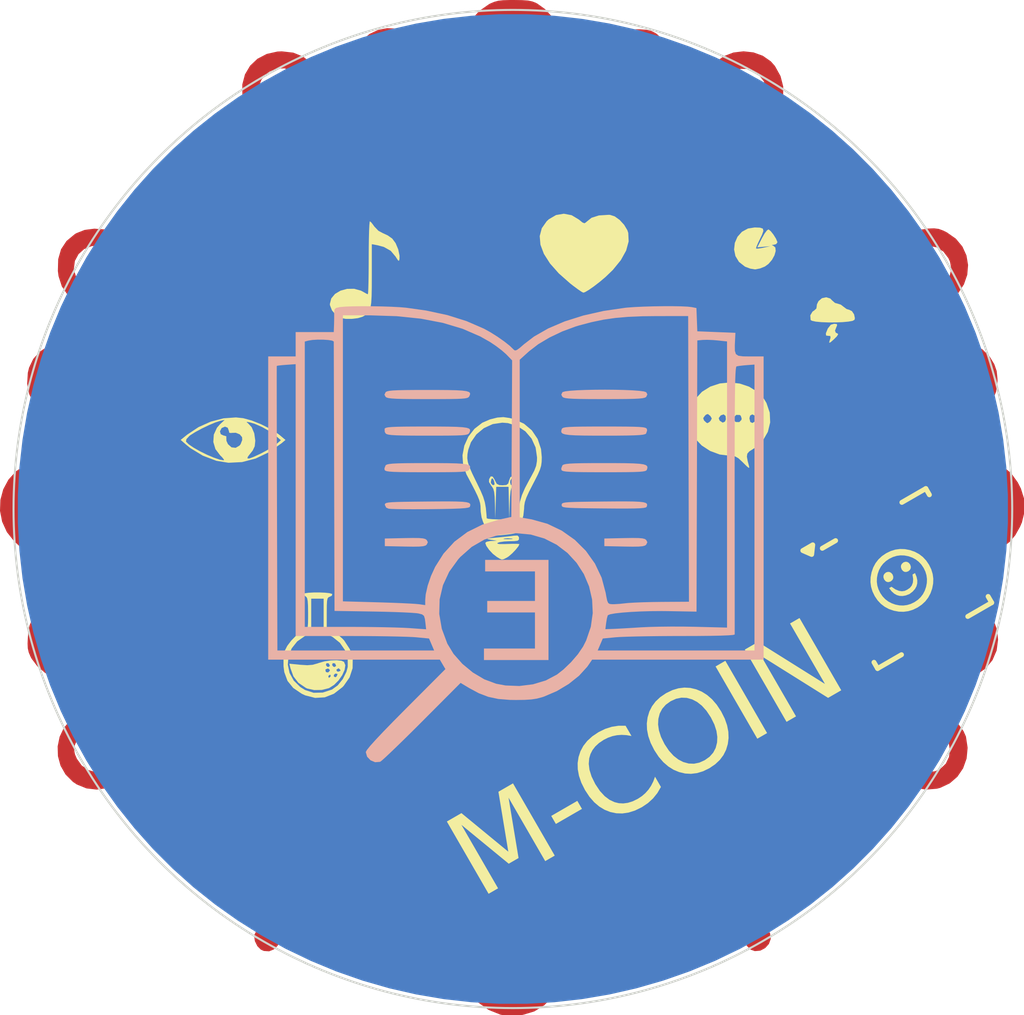
<source format=kicad_pcb>
(kicad_pcb
	(version 20241229)
	(generator "pcbnew")
	(generator_version "9.0")
	(general
		(thickness 1.6)
		(legacy_teardrops no)
	)
	(paper "A4")
	(title_block
		(title "M-Coin Token")
		(date "2025-03-12")
		(rev "A")
		(company "Vlastimil Slinták")
	)
	(layers
		(0 "F.Cu" signal)
		(2 "B.Cu" signal)
		(9 "F.Adhes" user "F.Adhesive")
		(11 "B.Adhes" user "B.Adhesive")
		(13 "F.Paste" user)
		(15 "B.Paste" user)
		(5 "F.SilkS" user "F.Silkscreen")
		(7 "B.SilkS" user "B.Silkscreen")
		(1 "F.Mask" user)
		(3 "B.Mask" user)
		(17 "Dwgs.User" user "User.Drawings")
		(19 "Cmts.User" user "User.Comments")
		(21 "Eco1.User" user "User.Eco1")
		(23 "Eco2.User" user "User.Eco2")
		(25 "Edge.Cuts" user)
		(27 "Margin" user)
		(31 "F.CrtYd" user "F.Courtyard")
		(29 "B.CrtYd" user "B.Courtyard")
		(35 "F.Fab" user)
		(33 "B.Fab" user)
		(39 "User.1" user)
		(41 "User.2" user)
		(43 "User.3" user)
		(45 "User.4" user)
	)
	(setup
		(pad_to_mask_clearance 0)
		(allow_soldermask_bridges_in_footprints no)
		(tenting front back)
		(grid_origin 120.8 96)
		(pcbplotparams
			(layerselection 0x00000000_00000000_55555555_5755f5ff)
			(plot_on_all_layers_selection 0x00000000_00000000_00000000_00000000)
			(disableapertmacros no)
			(usegerberextensions yes)
			(usegerberattributes no)
			(usegerberadvancedattributes no)
			(creategerberjobfile no)
			(dashed_line_dash_ratio 12.000000)
			(dashed_line_gap_ratio 3.000000)
			(svgprecision 4)
			(plotframeref no)
			(mode 1)
			(useauxorigin no)
			(hpglpennumber 1)
			(hpglpenspeed 20)
			(hpglpendiameter 15.000000)
			(pdf_front_fp_property_popups yes)
			(pdf_back_fp_property_popups yes)
			(pdf_metadata yes)
			(pdf_single_document no)
			(dxfpolygonmode yes)
			(dxfimperialunits yes)
			(dxfusepcbnewfont yes)
			(psnegative no)
			(psa4output no)
			(plot_black_and_white yes)
			(sketchpadsonfab no)
			(plotpadnumbers no)
			(hidednponfab no)
			(sketchdnponfab yes)
			(crossoutdnponfab yes)
			(subtractmaskfromsilk yes)
			(outputformat 1)
			(mirror no)
			(drillshape 0)
			(scaleselection 1)
			(outputdirectory "gerbers/")
		)
	)
	(net 0 "")
	(footprint "LOGO" (layer "F.Cu") (at 120.559566 95.735665))
	(footprint "Package_LGA:LGA-16_3x3mm_P0.5mm_LayoutBorder3x5y" (layer "F.Cu") (at 130.3 97.7 30))
	(footprint "LOGO" (layer "F.Cu") (at 120.559566 95.735665))
	(footprint "LOGO" (layer "F.Cu") (at 120.6 95.8))
	(footprint "LOGO" (layer "B.Cu") (at 120.8 96.2 180))
	(footprint "LOGO"
		(layer "B.Cu")
		(uuid "cd058c90-84a0-457c-a32d-fbb9b8e1b730")
		(at 120.6 97.3 180)
		(property "Reference" "G***"
			(at 0 0 0)
			(layer "B.SilkS")
			(hide yes)
			(uuid "b9ed5b2a-b19d-4d12-acbd-61ccdd4e6d1a")
			(effects
				(font
					(size 1.5 1.5)
					(thickness 0.3)
				)
				(justify mirror)
			)
		)
		(property "Value" "LOGO"
			(at 0.75 0 0)
			(layer "B.SilkS")
			(hide yes)
			(uuid "f624d8c9-37aa-43ba-9c73-ee679c0a1810")
			(effects
				(font
					(size 1.5 1.5)
					(thickness 0.3)
				)
				(justify mirror)
			)
		)
		(property "Datasheet" ""
			(at 0 0 0)
			(layer "B.Fab")
			(hide yes)
			(uuid "edf59622-e6fb-464e-872c-991f6e2df1c5")
			(effects
				(font
					(size 1.27 1.27)
					(thickness 0.15)
				)
				(justify mirror)
			)
		)
		(property "Description" ""
			(at 0 0 0)
			(layer "B.Fab")
			(hide yes)
			(uuid "3aeb86d8-648d-4970-93f6-ac4edf96efc8")
			(effects
				(font
					(size 1.27 1.27)
					(thickness 0.15)
				)
				(justify mirror)
			)
		)
		(attr board_only exclude_from_pos_files exclude_from_bom)
		(fp_poly
			(pts
				(xy -0.249088 12.262725) (xy -0.228144 11.06497) (xy 0.532335 10.976449) (xy 0.990144 10.923944)
				(xy 1.319841 10.891836) (xy 1.544434 10.883319) (xy 1.686931 10.901588) (xy 1.770341 10.949836)
				(xy 1.81767 11.031257) (xy 1.851927 11.149045) (xy 1.854765 11.16003) (xy 1.91078 11.397945) (xy 1.975529 11.703034)
				(xy 2.014485 11.901497) (xy 2.073943 12.19263) (xy 2.135995 12.45907) (xy 2.171937 12.591328) (xy 2.223768 12.811175)
				(xy 2.243412 12.986091) (xy 2.268399 13.132366) (xy 2.30327 13.184306) (xy 2.410931 13.187065) (xy 2.624034 13.147388)
				(xy 2.910479 13.075366) (xy 3.238164 12.981089) (xy 3.574989 12.874648) (xy 3.888855 12.766135)
				(xy 4.147658 12.66564) (xy 4.319301 12.583255) (xy 4.372754 12.533755) (xy 4.343429 12.438272) (xy 4.26761 12.250913)
				(xy 4.189939 12.074859) (xy 4.07519 11.814018) (xy 3.930814 11.473467) (xy 3.782904 11.115015) (xy 3.74093 11.011206)
				(xy 3.613571 10.688432) (xy 3.548657 10.473759) (xy 3.55387 10.333391) (xy 3.636896 10.233532) (xy 3.805418 10.140387)
				(xy 3.95449 10.071968) (xy 4.178566 9.960059) (xy 4.467148 9.802803) (xy 4.741496 9.643846) (xy 4.983216 9.508784)
				(xy 5.1762 9.419269) (xy 5.283294 9.39222) (xy 5.28932 9.394383) (xy 5.35319 9.468191) (xy 5.485974 9.644854)
				(xy 5.671032 9.901476) (xy 5.89172 10.215161) (xy 6.00897 10.384427) (xy 6.293026 10.784618) (xy 6.514953 11.071535)
				(xy 6.66984 11.239266) (xy 6.752775 11.281899) (xy 6.75396 11.281266) (xy 6.889362 11.187844) (xy 7.106223 11.02349)
				(xy 7.370005 10.815651) (xy 7.646171 10.591772) (xy 7.900184 10.3793) (xy 8.023053 10.272726) (xy 8.365269 9.970131)
				(xy 7.547754 9.147446) (xy 7.263692 8.855479) (xy 7.022519 8.595943) (xy 6.84298 8.389939) (xy 6.743821 8.25857)
				(xy 6.730239 8.227196) (xy 6.775657 8.130605) (xy 6.898353 7.946493) (xy 7.077988 7.703977) (xy 7.23404 7.505983)
				(xy 7.446398 7.238604) (xy 7.62206 7.008993) (xy 7.739005 6.846431) (xy 7.774512 6.787276) (xy 7.873194 6.69941)
				(xy 7.915778 6.692216) (xy 8.035093 6.73332) (xy 8.256406 6.847617) (xy 8.556759 7.021584) (xy 8.913195 7.241699)
				(xy 9.302758 7.49444) (xy 9.482803 7.615249) (xy 9.704637 7.762056) (xy 9.874026 7.867373) (xy 9.955144 7.908952)
				(xy 9.955765 7.908982) (xy 10.022333 7.846391) (xy 10.140538 7.678597) (xy 10.292294 7.435568) (xy 10.459509 7.147271)
				(xy 10.624096 6.843674) (xy 10.748797 6.595177) (xy 10.888038 6.275124) (xy 10.942651 6.066979)
				(xy 10.9143 5.957401) (xy 10.831509 5.931737) (xy 10.72431 5.902834) (xy 10.533319 5.829357) (xy 10.417733 5.779641)
				(xy 10.003717 5.596017) (xy 9.696845 5.462286) (xy 9.465858 5.365266) (xy 9.2795 5.291776) (xy 9.135182 5.238799)
				(xy 8.940705 5.15073) (xy 8.817891 5.060174) (xy 8.803503 5.037563) (xy 8.809042 4.917769) (xy 8.86239 4.71113)
				(xy 8.921472 4.542981) (xy 9.033989 4.218455) (xy 9.137921 3.862451) (xy 9.171593 3.726347) (xy 9.226507 3.492151)
				(xy 9.283579 3.326949) (xy 9.366428 3.223746) (xy 9.49867 3.175547) (xy 9.703925 3.175356) (xy 10.00581 3.216179)
				(xy 10.427942 3.291021) (xy 10.55999 3.31513) (xy 10.952987 3.384133) (xy 11.290335 3.438367) (xy 11.545085 3.473891)
				(xy 11.690289 3.486765) (xy 11.713152 3.483754) (xy 11.75895 3.370277) (xy 11.806462 3.139771) (xy 11.850824 2.82716)
				(xy 11.887174 2.46737) (xy 11.910651 2.095325) (xy 11.912307 2.053294) (xy 11.936025 1.406886) (xy 10.740984 1.385948)
				(xy 10.281565 1.380285) (xy 9.951235 1.371291) (xy 9.727513 1.343025) (xy 9.587915 1.279543) (xy 9.509959 1.164903)
				(xy 9.471163 0.983165) (xy 9.449044 0.718385) (xy 9.429921 0.456288) (xy 9.400676 0.131537) (xy 9.368721 -0.17321)
				(xy 9.340937 -0.392365) (xy 9.340755 -0.393559) (xy 9.32275 -0.575171) (xy 9.366794 -0.669391) (xy 9.509315 -0.727898)
				(xy 9.592238 -0.750298) (xy 10.002465 -0.850672) (xy 10.520086 -0.963752) (xy 11.026945 -1.066783)
				(xy 11.337732 -1.129201) (xy 11.526937 -1.177304) (xy 11.621648 -1.228871) (xy 11.648955 -1.301683)
				(xy 11.635944 -1.41352)
... [35518 chars truncated]
</source>
